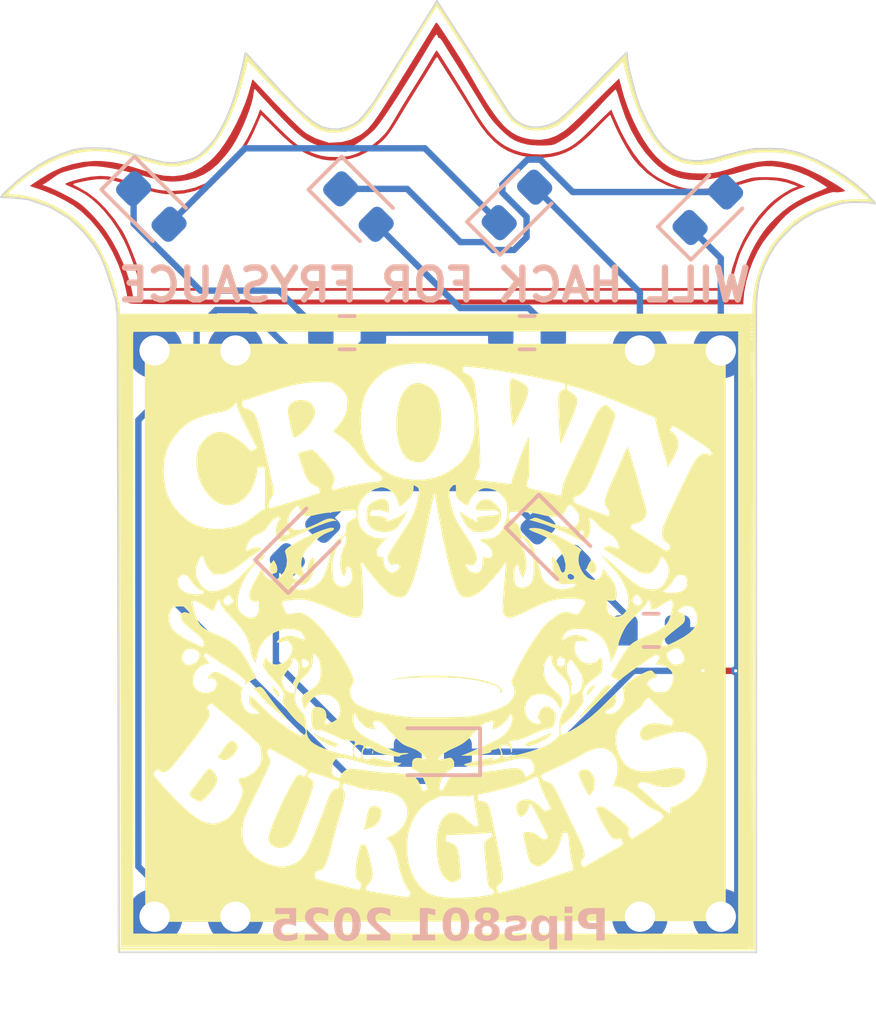
<source format=kicad_pcb>
(kicad_pcb (version 20240108) (generator "pcbnew") (generator_version "8.0")
  (layers (0 "F.Cu" signal) (31 "B.Cu" signal) (34 "B.Paste" user) (35 "F.Paste" user) (36 "B.SilkS" user "B.Silkscreen") (37 "F.SilkS" user "F.Silkscreen") (38 "B.Mask" user) (39 "F.Mask" user) (44 "Edge.Cuts" user))
  (net 0 "")
  (net 1 "Net-(D1-K)")
  (net 2 "+3.3V")
  (net 3 "CLK")
  (net 4 "Net-(D3-K)")
  (net 5 "GND")
  (net 6 "Net-(D5-A)")
  (net 9 "Net-(D2-K)")
  (net 10 "Net-(D3-A)")
  (net 11 "Net-(D5-K)")
  (net 12 "Net-(D6-K)")
  (footprint "LOGO" (layer "F.Cu") (at 141.0208 107.0864)
    (property "Reference" "G***" (hide yes))
    (property "Value" "LOGO" (hide yes))
    (fp_poly (pts (xy 0.0368 -13.672005) (xy 0.083854 -13.603278) (xy 0.157067 -13.491556) (xy 0.255037 -13.339028) (xy 0.376359 -13.147888) (xy 0.519624 -12.920323) (xy 0.683427 -12.658527) (xy 0.708355 -12.61857) (xy 0.771173 -12.51683) (xy 0.854779 -12.379961) (xy 0.951534 -12.220544) (xy 1.053802 -12.051162) (xy 1.148924 -11.892787) (xy 1.318727 -11.617133) (xy 1.472197 -11.386342) (xy 1.614685 -11.194145) (xy 1.751536 -11.03428) (xy 1.888104 -10.900479) (xy 2.029733 -10.786475) (xy 2.176336 -10.68929) (xy 2.421552 -10.569668) (xy 2.6985 -10.484468) (xy 2.994286 -10.435051) (xy 3.296026 -10.422775) (xy 3.590828 -10.448997) (xy 3.856928 -10.512162) (xy 3.995027 -10.561091) (xy 4.12083 -10.616079) (xy 4.241509 -10.682329) (xy 4.364235 -10.76504) (xy 4.496179 -10.869412) (xy 4.644511 -11.000648) (xy 4.816404 -11.163945) (xy 4.984244 -11.329696) (xy 5.121454 -11.466208) (xy 5.245263 -11.588308) (xy 5.350439 -11.690922) (xy 5.43175 -11.768978) (xy 5.483962 -11.817404) (xy 5.501805 -11.83142) (xy 5.514844 -11.803935) (xy 5.543895 -11.736698) (xy 5.58397 -11.641368) (xy 5.609781 -11.579054) (xy 5.795242 -11.165755) (xy 5.994217 -10.791611) (xy 6.204374 -10.46006) (xy 6.42338 -10.174528) (xy 6.648903 -9.93845) (xy 6.822477 -9.794763) (xy 6.988964 -9.687755) (xy 7.189282 -9.582473) (xy 7.40231 -9.488648) (xy 7.606927 -9.416009) (xy 7.699707 -9.390622) (xy 7.806721 -9.366982) (xy 7.903238 -9.351482) (xy 8.004082 -9.343135) (xy 8.124083 -9.340962) (xy 8.278064 -9.343977) (xy 8.361403 -9.346729) (xy 8.543571 -9.355281) (xy 8.702666 -9.368595) (xy 8.85125 -9.389195) (xy 9.001885 -9.419602) (xy 9.167133 -9.46234) (xy 9.359556 -9.519932) (xy 9.583167 -9.592081) (xy 9.726019 -9.638577) (xy 9.835397 -9.671056) (xy 9.927495 -9.692058) (xy 10.018512 -9.70412) (xy 10.124647 -9.709786) (xy 10.262095 -9.711594) (xy 10.34677 -9.711844) (xy 10.602083 -9.705524) (xy 10.821433 -9.682961) (xy 11.022942 -9.640529) (xy 11.224728 -9.574591) (xy 11.404424 -9.499851) (xy 11.600424 -9.412212) (xy 11.452584 -9.365983) (xy 11.181785 -9.254724) (xy 10.911652 -9.092687) (xy 10.64656 -8.884502) (xy 10.390887 -8.634801) (xy 10.149011 -8.348215) (xy 9.925308 -8.029377) (xy 9.724158 -7.682917) (xy 9.581084 -7.385949) (xy 9.529997 -7.254958) (xy 9.473639 -7.086325) (xy 9.416527 -6.896213) (xy 9.363173 -6.700797) (xy 9.318092 -6.516242) (xy 9.285799 -6.358717) (xy 9.275286 -6.29072) (xy 9.256687 -6.144943) (xy -0.010887 -6.144943) (xy -9.278465 -6.144943) (xy -9.312519 -6.332373) (xy -9.349878 -6.496931) (xy -9.407178 -6.697618) (xy -9.479633 -6.920831) (xy -9.562462 -7.15297) (xy -9.650879 -7.380435) (xy -9.740103 -7.589628) (xy -9.798446 -7.713799) (xy -9.987198 -8.054132) (xy -10.208561 -8.380422) (xy -10.451444 -8.677364) (xy -10.630115 -8.861267) (xy -10.831874 -9.039068) (xy -11.029369 -9.181092) (xy -11.243478 -9.301075) (xy -11.42312 -9.382999) (xy -11.536668 -9.431805) (xy -11.605645 -9.464745) (xy -11.636856 -9.487031) (xy -11.636896 -9.489689) (xy -11.390661 -9.489689) (xy -11.384174 -9.470243) (xy -11.345376 -9.446374) (xy -11.278625 -9.414691) (xy -11.250051 -9.401402) (xy -10.950282 -9.231674) (xy -10.659185 -9.007111) (xy -10.376778 -8.727732) (xy -10.103085 -8.393561) (xy -9.847085 -8.018889) (xy -9.781269 -7.901208) (xy -9.705153 -7.74367) (xy -9.622751 -7.556806) (xy -9.538077 -7.351141) (xy -9.455147 -7.137203) (xy -9.377978 -6.925517) (xy -9.31058 -6.726612) (xy -9.256974 -6.551015) (xy -9.221173 -6.409251) (xy -9.210613 -6.350161) (xy -9.193903 -6.228245) (xy -0.011127 -6.228245) (xy 9.171645 -6.228245) (xy 9.20652 -6.429558) (xy 9.308522 -6.877709) (xy 9.455646 -7.315056) (xy 9.644001 -7.734244) (xy 9.869702 -8.12792) (xy 10.128858 -8.488733) (xy 10.417583 -8.809327) (xy 10.512554 -8.89946) (xy 10.645308 -9.010702) (xy 10.79807 -9.122898) (xy 10.956448 -9.226721) (xy 11.106057 -9.312846) (xy 11.232507 -9.371949) (xy 11.253175 -9.379508) (xy 11.358463 -9.415704) (xy 11.2483 -9.462093) (xy 10.988237 -9.548345) (xy 10.698147 -9.603587) (xy 10.39614 -9.624508) (xy 10.360653 -9.624558) (xy 10.258135 -9.623405) (xy 10.171027 -9.620051) (xy 10.089965 -9.61262) (xy 10.00558 -9.599237) (xy 9.908507 -9.578032) (xy 9.789378 -9.547129) (xy 9.638827 -9.504651) (xy 9.447487 -9.448729) (xy 9.374911 -9.427334) (xy 8.992544 -9.327691) (xy 8.64528 -9.265357) (xy 8.327724 -9.239643) (xy 8.034481 -9.24986) (xy 8.007325 -9.252715) (xy 7.631097 -9.321882) (xy 7.274478 -9.442138) (xy 6.941299 -9.611328) (xy 6.635397 -9.827291) (xy 6.360605 -10.087873) (xy 6.214809 -10.261426) (xy 6.127841 -10.385107) (xy 6.02649 -10.546926) (xy 5.918 -10.733867) (xy 5.809611 -10.932912) (xy 5.70857 -11.13105) (xy 5.622118 -11.315267) (xy 5.599958 -11.366228) (xy 5.550158 -11.482683) (xy 5.508442 -11.579005) (xy 5.479481 -11.64449) (xy 5.468182 -11.668214) (xy 5.447428 -11.652602) (xy 5.394069 -11.602464) (xy 5.313825 -11.523461) (xy 5.212419 -11.421254) (xy 5.095574 -11.301505) (xy 5.053453 -11.25791) (xy 4.823035 -11.027252) (xy 4.614905 -10.838525) (xy 4.421478 -10.686849) (xy 4.235166 -10.567342) (xy 4.048383 -10.475123) (xy 3.853539 -10.405308) (xy 3.648868 -10.354214) (xy 3.339704 -10.31397) (xy 3.026175 -10.321552) (xy 2.700162 -10.377529) (xy 2.492379 -10.435469) (xy 2.256798 -10.52974) (xy 2.033735 -10.661252) (xy 1.819746 -10.833325) (xy 1.611393 -11.049288) (xy 1.405234 -11.312461) (xy 1.197825 -11.62617) (xy 1.112993 -11.767833) (xy 1.054218 -11.866208) (xy 0.971224 -12.001866) (xy 0.869863 -12.165408) (xy 0.755991 -12.34743) (xy 0.635462 -12.538532) (xy 0.516371 -12.725808) (xy 0.40404 -12.901924) (xy 0.300533 -13.064695) (xy 0.209901 -13.207709) (xy 0.136197 -13.324557) (xy 0.083475 -13.408827) (xy 0.055782 -13.454111) (xy 0.053499 -13.458116) (xy 0.037374 -13.475929) (xy 0.015819 -13.469047) (xy -0.016833 -13.431218) (xy -0.066241 -13.356188) (xy -0.122496 -13.263744) (xy -0.187426 -13.156832) (xy -0.273764 -13.016725) (xy -0.373047 -12.857045) (xy -0.476816 -12.691413) (xy -0.551476 -12.573087) (xy -0.662686 -12.39605) (xy -0.784529 -12.19975) (xy -0.905547 -12.002789) (xy -1.014286 -11.823772) (xy -1.064488 -11.740066) (xy -1.19966 -11.515121) (xy -1.313013 -11.331857) (xy -1.409828 -11.183482) (xy -1.495383 -11.063199) (xy -1.57496 -10.964217) (xy -1.653836 -10.879738) (xy -1.73729 -10.802973) (xy -1.830603 -10.727125) (xy -1.882219 -10.687713) (xy -2.156731 -10.504219) (xy -2.429381 -10.370981) (xy -2.710602 -10.284089) (xy -3.010825 -10.23964) (xy -3.092631 -10.234583) (xy -3.337502 -10.234863) (xy -3.557313 -10.262834) (xy -3.774902 -10.322745) (xy -3.963283 -10.396775) (xy -4.130581 -10.476557) (xy -4.289953 -10.568888) (xy -4.449421 -10.6799) (xy -4.61701 -10.815729) (xy -4.800743 -10.982507) (xy -5.008645 -11.186368) (xy -5.046812 -11.224994) (xy -5.173338 -11.352972) (xy -5.286123 -11.465989) (xy -5.37963 -11.558583) (xy -5.44832 -11.625289) (xy -5.486654 -11.660647) (xy -5.492769 -11.664811) (xy -5.505173 -11.637626) (xy -5.534845 -11.570192) (xy -5.577078 -11.473253) (xy -5.617868 -11.379091) (xy -5.720557 -11.147553) (xy -5.813186 -10.953786) (xy -5.90366 -10.783013) (xy -5.999876 -10.620455) (xy -6.109738 -10.451332) (xy -6.129822 -10.421629) (xy -6.378435 -10.09677) (xy -6.650415 -9.818355) (xy -6.943371 -9.587782) (xy -7.254916 -9.406447) (xy -7.582663 -9.275744) (xy -7.924225 -9.197074) (xy -8.266746 -9.171795) (xy -8.376895 -9.173601) (xy -8.483174 -9.179781) (xy -8.591995 -9.191785) (xy -8.709773 -9.211077) (xy -8.842923 -9.239104) (xy -8.997856 -9.277328) (xy -9.18099 -9.327203) (xy -9.398734 -9.390183) (xy -9.657505 -9.467726) (xy -9.909519 -9.544642) (xy -10.174342 -9.613071) (xy -10.41816 -9.645877) (xy -10.66094 -9.643907) (xy -10.922652 -9.608004) (xy -11.006329 -9.591068) (xy -11.17267 -9.555401) (xy -11.289267 -9.528877) (xy -11.360479 -9.508104) (xy -11.390661 -9.489689) (xy -11.636896 -9.489689) (xy -11.637108 -9.50388) (xy -11.613208 -9.520505) (xy -11.606942 -9.523836) (xy -11.516904 -9.561287) (xy -11.38677 -9.602929) (xy -11.231397 -9.644915) (xy -11.065638 -9.683405) (xy -10.904352 -9.714555) (xy -10.818597 -9.72776) (xy -10.548212 -9.749614) (xy -10.293099 -9.736496) (xy -10.031983 -9.686494) (xy -9.881751 -9.643721) (xy -9.594773 -9.554632) (xy -9.353788 -9.481292) (xy -9.15201 -9.422174) (xy -8.982655 -9.375751) (xy -8.838937 -9.340499) (xy -8.71407 -9.314887) (xy -8.601269 -9.297393) (xy -8.493747 -9.286486) (xy -8.384719 -9.280641) (xy -8.2674 -9.278332) (xy -8.257362 -9.278253) (xy -7.911097 -9.302588) (xy -7.578926 -9.380184) (xy -7.261732 -9.510362) (xy -6.960398 -9.692441) (xy -6.67581 -9.925742) (xy -6.408852 -10.209584) (xy -6.160408 -10.543288) (xy -5.931363 -10.926174) (xy -5.814646 -11.156082) (xy -5.747576 -11.299366) (xy -5.683198 -11.442765) (xy -5.628814 -11.569667) (xy -5.591721 -11.663459) (xy -5.591631 -11.663706) (xy -5.558942 -11.751335) (xy -5.53391 -11.81372) (xy -5.522024 -11.837251) (xy -5.501512 -11.818358) (xy -5.447581 -11.765341) (xy -5.365722 -11.683696) (xy -5.261435 -11.578915) (xy -5.140212 -11.4565) (xy -5.060641 -11.375861) (xy -4.858059 -11.173112) (xy -4.685284 -11.007078) (xy -4.535836 -10.872437) (xy -4.40324 -10.763859) (xy -4.281019 -10.676021) (xy -4.162691 -10.603598) (xy -4.050606 -10.545475) (xy -3.813661 -10.444314) (xy -3.592445 -10.379832) (xy -3.36567 -10.347617) (xy -3.112047 -10.343254) (xy -3.080268 -10.344335) (xy -2.923316 -10.352221) (xy -2.803325 -10.364106) (xy -2.701724 -10.383274) (xy -2.599946 -10.413008) (xy -2.509518 -10.445265) (xy -2.252838 -10.562181) (xy -2.005534 -10.714596) (xy -1.781384 -10.892427) (xy -1.594169 -11.085593) (xy -1.540216 -11.154553) (xy -1.486541 -11.233327) (xy -1.414939 -11.34618) (xy -1.33439 -11.478611) (xy -1.25387 -11.616115) (xy -1.246502 -11.628997) (xy -1.170651 -11.759126) (xy -1.073232 -11.922091) (xy -0.962686 -12.104003) (xy -0.847457 -12.290974) (xy -0.735987 -12.469111) (xy -0.731698 -12.475901) (xy -0.619175 -12.655403) (xy -0.501184 -12.846142) (xy -0.386557 -13.033671) (xy -0.284126 -13.203538) (xy -0.20272 -13.341297) (xy -0.201813 -13.342856) (xy -0.128729 -13.467075) (xy -0.065199 -13.572096) (xy -0.016447 -13.649511) (xy 0.0123 -13.690908) (xy 0.017313 -13.695545)) (fill solid) (layer "F.Cu"))
    (fp_poly (pts (xy 0.021706 -14.559602) (xy 0.056394 -14.521606) (xy 0.111399 -14.443707) (xy 0.120381 -14.430436) (xy 0.286982 -14.180148) (xy 0.459676 -13.914368) (xy 0.631135 -13.644767) (xy 0.794027 -13.383026) (xy 0.941022 -13.140817) (xy 1.064788 -12.929816) (xy 1.087037 -12.89075) (xy 1.296556 -12.52598) (xy 1.486365 -12.20845) (xy 1.659662 -11.934814) (xy 1.819643 -11.701723) (xy 1.969507 -11.505826) (xy 2.112451 -11.343777) (xy 2.251672 -11.212226) (xy 2.390368 -11.107825) (xy 2.531734 -11.027223) (xy 2.67897 -10.967075) (xy 2.835272 -10.924029) (xy 2.99115 -10.89647) (xy 3.266545 -10.882191) (xy 3.525819 -10.919401) (xy 3.773172 -11.009303) (xy 4.012809 -11.153103) (xy 4.089354 -11.211343) (xy 4.160915 -11.272556) (xy 4.265276 -11.367299) (xy 4.39618 -11.489623) (xy 4.547366 -11.633579) (xy 4.71258 -11.79322) (xy 4.885563 -11.962597) (xy 5.024598 -12.100373) (xy 5.188296 -12.263028) (xy 5.339287 -12.41216) (xy 5.473164 -12.543478) (xy 5.585513 -12.652699) (xy 5.671926 -12.735533) (xy 5.727992 -12.787694) (xy 5.749301 -12.804893) (xy 5.749332 -12.804867) (xy 5.759156 -12.77517) (xy 5.777862 -12.705244) (xy 5.801773 -12.608958) (xy 5.807046 -12.586971) (xy 5.906311 -12.227857) (xy 6.031398 -11.868746) (xy 6.177876 -11.518448) (xy 6.341316 -11.185769) (xy 6.517288 -10.879519) (xy 6.701362 -10.608504) (xy 6.889108 -10.381533) (xy 6.94551 -10.323321) (xy 7.137752 -10.153105) (xy 7.334411 -10.022615) (xy 7.545131 -9.928293) (xy 7.779558 -9.866578) (xy 8.047336 -9.83391) (xy 8.291984 -9.826297) (xy 8.43596 -9.827416) (xy 8.560184 -9.832156) (xy 8.674735 -9.84247) (xy 8.789688 -9.860309) (xy 8.915119 -9.887624) (xy 9.061106 -9.926363) (xy 9.237724 -9.978477) (xy 9.455048 -10.045919) (xy 9.500795 -10.060319) (xy 9.687173 -10.111164) (xy 9.89989 -10.156465) (xy 10.119419 -10.192983) (xy 10.326239 -10.217486) (xy 10.500825 -10.226737) (xy 10.505291 -10.226745) (xy 10.664469 -10.217203) (xy 10.856752 -10.190986) (xy 11.063551 -10.151721) (xy 11.266276 -10.103027) (xy 11.446341 -10.048525) (xy 11.47802 -10.037238) (xy 11.595929 -9.989823) (xy 11.742938 -9.924712) (xy 11.899422 -9.850862) (xy 12.032065 -9.784366) (xy 12.163849 -9.713625) (xy 12.303746 -9.634544) (xy 12.44337 -9.552334) (xy 12.574344 -9.472199) (xy 12.688287 -9.399352) (xy 12.776816 -9.339) (xy 12.831553 -9.296349) (xy 12.845397 -9.278912) (xy 12.82103 -9.26514) (xy 12.759515 -9.251847) (xy 12.679213 -9.241115) (xy 12.598486 -9.235027) (xy 12.535697 -9.235666) (xy 12.512423 -9.241128) (xy 12.469046 -9.242163) (xy 12.384329 -9.223102) (xy 12.267318 -9.187192) (xy 12.127061 -9.137682) (xy 11.972604 -9.077825) (xy 11.812993 -9.010869) (xy 11.657278 -8.940062) (xy 11.607807 -8.916171) (xy 11.36526 -8.78688) (xy 11.162459 -8.653997) (xy 10.984196 -8.505936) (xy 10.815263 -8.331107) (xy 10.767961 -8.27625) (xy 10.667219 -8.157619) (xy 10.555266 -8.026824) (xy 10.45351 -7.908861) (xy 10.437114 -7.889983) (xy 10.261056 -7.656596) (xy 10.098101 -7.380901) (xy 9.953302 -7.075537) (xy 9.831711 -6.753145) (xy 9.738378 -6.426364) (xy 9.678354 -6.107834) (xy 9.662048 -5.950571) (xy 9.645256 -5.714548) (xy -0.001448 -5.714548) (xy -0.870403 -5.71455) (xy -1.685547 -5.714563) (xy -2.4486 -5.714597) (xy -3.161284 -5.714659) (xy -3.825323 -5.714763) (xy -4.442437 -5.714918) (xy -5.01435 -5.715133) (xy -5.542784 -5.715418) (xy -6.02946 -5.715781) (xy -6.476101 -5.716236) (xy -6.884431 -5.71679) (xy -7.256169 -5.717453) (xy -7.593039 -5.718237) (xy -7.896762 -5.719149) (xy -8.169062 -5.720202) (xy -8.41166 -5.721404) (xy -8.626278 -5.722764) (xy -8.814638 -5.724293) (xy -8.978464 -5.726003) (xy -9.119476 -5.7279) (xy -9.239397 -5.729996) (xy -9.33995 -5.732302) (xy -9.422856 -5.734825) (xy -9.489838 -5.737578) (xy -9.542618 -5.740569) (xy -9.582917 -5.743807) (xy -9.612461 -5.747304) (xy -9.632967 -5.75107) (xy -9.646161 -5.755114) (xy -9.653763 -5.759444) (xy -9.657496 -5.764074) (xy -9.659083 -5.769011) (xy -9.659303 -5.770082) (xy -9.668905 -5.819128) (xy -9.686284 -5.909002) (xy -9.708797 -6.025987) (xy -9.72895 -6.131059) (xy -9.829718 -6.543685) (xy -9.970611 -6.948852) (xy -10.147422 -7.339756) (xy -10.355943 -7.709591) (xy -10.591966 -8.051552) (xy -10.851283 -8.358835) (xy -11.129687 -8.624636) (xy -11.393208 -8.822837) (xy -11.668083 -8.986545) (xy -11.977539 -9.140736) (xy -12.300625 -9.275479) (xy -12.48616 -9.340857) (xy -12.595847 -9.377311) (xy -12.68364 -9.407645) (xy -12.737532 -9.427646) (xy -12.748525 -9.432854) (xy -12.731214 -9.451096) (xy -12.708204 -9.467966) (xy -12.361998 -9.467966) (xy -12.190918 -9.407951) (xy -12.059314 -9.35561) (xy -11.898711 -9.282358) (xy -11.723153 -9.195535) (xy -11.546686 -9.102486) (xy -11.383356 -9.010551) (xy -11.247208 -8.927074) (xy -11.173716 -8.876194) (xy -11.037423 -8.762168) (xy -10.882573 -8.613499) (xy -10.720486 -8.442363) (xy -10.562475 -8.260933) (xy -10.419855 -8.081388) (xy -10.364044 -8.004924) (xy -10.173661 -7.708924) (xy -9.995277 -7.38031) (xy -9.835282 -7.033754) (xy -9.700065 -6.683936) (xy -9.596014 -6.34553) (xy -9.545301 -6.124117) (xy -9.496124 -5.867269) (xy -0.009086 -5.867269) (xy 9.47795 -5.867269) (xy 9.494563 -6.040814) (xy 9.529716 -6.269755) (xy 9.591815 -6.529148) (xy 9.675768 -6.804087) (xy 9.77648 -7.079666) (xy 9.888856 -7.340977) (xy 10.007803 -7.573115) (xy 10.033049 -7.616614) (xy 10.153621 -7.813749) (xy 10.261468 -7.975359) (xy 10.367818 -8.116017) (xy 10.483903 -8.250298) (xy 10.620954 -8.392777) (xy 10.664233 -8.43575) (xy 10.871771 -8.626203) (xy 11.085934 -8.792313) (xy 11.317715 -8.940838) (xy 11.578108 -9.078539) (xy 11.878111 -9.212178) (xy 12.01971 -9.269168) (xy 12.129743 -9.313681) (xy 12.216041 -9.351231) (xy 12.268426 -9.377217) (xy 12.27925 -9.386447) (xy 12.231119 -9.423905) (xy 12.146473 -9.4799) (xy 12.037854 -9.546943) (xy 11.917807 -9.617543) (xy 11.798873 -9.684206) (xy 11.693595 -9.739445) (xy 11.663953 -9.753907) (xy 11.389596 -9.868653) (xy 11.10758 -9.957759) (xy 10.827536 -10.019729) (xy 10.559104 -10.053064) (xy 10.311919 -10.056272) (xy 10.095618 -10.027848) (xy 10.02412 -10.008632) (xy 9.709326 -9.913442) (xy 9.402618 -9.828581) (xy 9.111333 -9.755675) (xy 8.842803 -9.696348) (xy 8.604366 -9.652225) (xy 8.403357 -9.624932) (xy 8.252435 -9.616072) (xy 7.940109 -9.631961) (xy 7.664326 -9.681819) (xy 7.414727 -9.769868) (xy 7.180957 -9.900333) (xy 6.952664 -10.077435) (xy 6.822789 -10.199113) (xy 6.563165 -10.487971) (xy 6.331445 -10.813823) (xy 6.125749 -11.180142) (xy 5.944195 -11.590394) (xy 5.7849 -12.048048) (xy 5.742802 -12.189421) (xy 5.707752 -12.303032) (xy 5.675318 -12.393447) (xy 5.649818 -12.449396) (xy 5.638366 -12.462017) (xy 5.612401 -12.442565) (xy 5.554932 -12.388258) (xy 5.471996 -12.305169) (xy 5.369625 -12.199368) (xy 5.253853 -12.076933) (xy 5.224521 -12.045507) (xy 5.003749 -11.809703) (xy 4.81494 -11.611245) (xy 4.653452 -11.445713) (xy 4.514647 -11.308684) (xy 4.393883 -11.195739) (xy 4.286525 -11.102456) (xy 4.187929 -11.024415) (xy 4.093458 -10.957194) (xy 4.057462 -10.933428) (xy 3.943044 -10.861963) (xy 3.835107 -10.799089) (xy 3.748529 -10.75325) (xy 3.71037 -10.73645) (xy 3.623959 -10.717769) (xy 3.497495 -10.706194) (xy 3.346 -10.70169) (xy 3.184496 -10.704221) (xy 3.028004 -10.713752) (xy 2.891546 -10.730248) (xy 2.847447 -10.738468) (xy 2.657007 -10.787682) (xy 2.492285 -10.852471) (xy 2.339965 -10.940659) (xy 2.186729 -11.060071) (xy 2.019261 -11.218533) (xy 2.003781 -11.234216) (xy 1.918054 -11.322718) (xy 1.843288 -11.403855) (xy 1.774552 -11.484559) (xy 1.70691 -11.571764) (xy 1.635432 -11.672403) (xy 1.555184 -11.793409) (xy 1.461233 -11.941717) (xy 1.348645 -12.124259) (xy 1.219103 -12.337064) (xy 1.143113 -12.461837) (xy 1.064424 -12.589968) (xy 0.978635 -12.728515) (xy 0.881342 -12.884534) (xy 0.768143 -13.065084) (xy 0.634635 -13.277222) (xy 0.476412 -13.528005) (xy 0.448177 -13.572713) (xy 0.389655 -13.666323) (xy 0.317148 -13.783636) (xy 0.245382 -13.900818) (xy 0.238588 -13.911983) (xy 0.175164 -14.009202) (xy 0.127418 -14.067806) (xy 0.099557 -14.082811) (xy 0.096674 -14.080036) (xy 0.076852 -14.07685) (xy 0.057558 -14.123775) (xy 0.035204 -14.175418) (xy 0.009941 -14.190392) (xy -0.015637 -14.163767) (xy -0.061303 -14.099849) (xy -0.119556 -14.009543) (xy -0.15803 -13.946219) (xy -0.385601 -13.565874) (xy -0.606617 -13.20154) (xy -0.81891 -12.856577) (xy -1.020312 -12.534337) (xy -1.208655 -12.238174) (xy -1.38177 -11.971441) (xy -1.53749 -11.737493) (xy -1.673646 -11.539687) (xy -1.788071 -11.381375) (xy -1.878596 -11.26591) (xy -1.921972 -11.217103) (xy -2.025961 -11.117183) (xy -2.150207 -11.010006) (xy -2.283108 -10.904368) (xy -2.413063 -10.809067) (xy -2.528469 -10.732903) (xy -2.617725 -10.684674) (xy -2.631283 -10.679203) (xy -2.755044 -10.648022) (xy -2.915946 -10.628295) (xy -3.096694 -10.620477) (xy -3.279995 -10.625018) (xy -3.448556 -10.642373) (xy -3.521498 -10.655906) (xy -3.675482 -10.695476) (xy -3.818525 -10.745151) (xy -3.956313 -10.809074) (xy -4.094534 -10.891385) (xy -4.238875 -10.996223) (xy -4.395023 -11.127732) (xy -4.568668 -11.290051) (xy -4.765495 -11.48732) (xy -4.991194 -11.723682) (xy -4.997882 -11.730795) (xy -5.140493 -11.882848) (xy -5.274169 -12.026028) (xy -5.393112 -12.154075) (xy -5.491525 -12.260726) (xy -5.563611 -12.339723) (xy -5.603573 -12.384803) (xy -5.604291 -12.385657) (xy -5.655233 -12.441399) (xy -5.6924 -12.473121) (xy -5.699557 -12.475901) (xy -5.713773 -12.451339) (xy -5.724404 -12.390447) (xy -5.725933 -12.371774) (xy -5.748298 -12.217725) (xy -5.796312 -12.025265) (xy -5.866996 -11.803566) (xy -5.957368 -11.5618) (xy -6.064447 -11.30914) (xy -6.088566 -11.256014) (xy -6.194912 -11.032922) (xy -6.293286 -10.847298) (xy -6.39297 -10.683826) (xy -6.503256 -10.527191) (xy -6.622573 -10.375337) (xy -6.841368 -10.132338) (xy -7.062993 -9.939666) (xy -7.296218 -9.792429) (xy -7.549809 -9.685737) (xy -7.832534 -9.614698) (xy -8.03949 -9.584954) (xy -8.171717 -9.57351) (xy -8.295195 -9.570562) (xy -8.419669 -9.577534) (xy -8.554882 -9.595859) (xy -8.710575 -9.626964) (xy -8.896494 -9.672276) (xy -9.12238 -9.733226) (xy -9.201275 -9.755303) (xy -9.56139 -9.851563) (xy -9.894288 -9.930266) (xy -10.19546 -9.990636) (xy -10.460394 -10.031892) (xy -10.684582 -10.053255) (xy -10.863515 -10.053947) (xy -10.907908 -10.049983) (xy -11.022457 -10.032184) (xy -11.168591 -10.003315) (xy -11.329913 -9.967267) (xy -11.490027 -9.927935) (xy -11.632536 -9.889211) (xy -11.74104 -9.854989) (xy -11.761948 -9.847197) (xy -11.848412 -9.804628) (xy -11.952259 -9.74145) (xy -12.033722 -9.684109) (xy -12.126683 -9.615807) (xy -12.21596 -9.554366) (xy -12.274221 -9.517856) (xy -12.361998 -9.467966) (xy -12.708204 -9.467966) (xy -12.67552 -9.491928) (xy -12.590709 -9.549399) (xy -12.486037 -9.617563) (xy -12.370767 -9.690469) (xy -12.254162 -9.762172) (xy -12.145481 -9.826721) (xy -12.061489 -9.874115) (xy -11.756837 -10.013302) (xy -11.422177 -10.11985) (xy -11.07455 -10.189898) (xy -10.730987 -10.219582) (xy -10.548169 -10.217212) (xy -10.354682 -10.203446) (xy -10.173417 -10.181901) (xy -9.992079 -10.150006) (xy -9.798368 -10.105189) (xy -9.579992 -10.044874) (xy -9.324653 -9.966489) (xy -9.276058 -9.95098) (xy -9.099702 -9.896617) (xy -8.924154 -9.846367) (xy -8.762906 -9.803814) (xy -8.629451 -9.772546) (xy -8.548918 -9.75766) (xy -8.24179 -9.74131) (xy -7.94199 -9.779403) (xy -7.651882 -9.871069) (xy -7.373836 -10.01544) (xy -7.110217 -10.211644) (xy -6.978944 -10.334548) (xy -6.804022 -10.534106) (xy -6.627178 -10.779127) (xy -6.453325 -11.059961) (xy -6.287374 -11.366962) (xy -6.134241 -11.690479) (xy -5.998835 -12.020862) (xy -5.886071 -12.348464) (xy -5.807385 -12.635562) (xy -5.785948 -12.715728) (xy -5.767275 -12.76763) (xy -5.758669 -12.778931) (xy -5.73621 -12.758733) (xy -5.682394 -12.704042) (xy -5.603386 -12.621309) (xy -5.505348 -12.516985) (xy -5.397322 -12.400642) (xy -5.170025 -12.156806) (xy -4.952482 -11.927927) (xy -4.748514 -11.717786) (xy -4.561938 -11.530165) (xy -4.39657 -11.368846) (xy -4.25623 -11.237609) (xy -4.144736 -11.140238) (xy -4.065905 -11.080512) (xy -4.062164 -11.078125) (xy -3.782454 -10.929677) (xy -3.364592 -10.789572) (xy -3.364592 -10.789572) (xy -2.954792 -10.814753) (xy -2.686295 -10.886611) (xy -2.423277 -11.013564) (xy -2.340455 -11.065817) (xy -2.261132 -11.12309) (xy -2.184404 -11.188906) (xy -2.106273 -11.268439) (xy -2.02274 -11.366868) (xy -1.929805 -11.489366) (xy -1.823468 -11.641109) (xy -1.699729 -11.827275) (xy -1.554592 -12.053039) (xy -1.451014 -12.2169) (xy -1.35397 -12.371657) (xy -1.241975 -12.551118) (xy -1.118556 -12.749559) (xy -0.987239 -12.961259) (xy -0.851546 -13.180497) (xy -0.715007 -13.40155) (xy -0.581143 -13.618699) (xy -0.45348 -13.82622) (xy -0.335546 -14.018392) (xy -0.230864 -14.189494) (xy -0.142958 -14.333801) (xy -0.075355 -14.445596) (xy -0.031581 -14.519154) (xy -0.018794 -14.541506) (xy -0.000681 -14.564101)) (fill solid) (layer "F.Cu"))
  )
  (footprint "MiniBadge:MiniBadge_Simple" (layer "F.Cu") (at 130.9116 101.5492)
    (property "Reference" "MB1" (hide yes))
    (property "Value" "MiniBadge_Simple")
    (pad "1" thru_hole circle (at 1.27 1.27) (size 1.75 1.75) (drill 0.95) (layers "*.Cu" "*.Mask"))
    (pad "2" thru_hole circle (at 3.81 1.27) (size 1.75 1.75) (drill 0.95) (layers "*.Cu" "*.Mask") (net 5 "GND"))
    (pad "7" thru_hole circle (at 16.51 1.27) (size 1.75 1.75) (drill 0.95) (layers "*.Cu" "*.Mask") (net 2 "+3.3V"))
    (pad "8" thru_hole circle (at 19.05 1.27) (size 1.75 1.75) (drill 0.95) (layers "*.Cu" "*.Mask") (net 5 "GND"))
    (pad "9" thru_hole circle (at 1.27 19.05) (size 1.75 1.75) (drill 0.95) (layers "*.Cu" "*.Mask") (net 3 "CLK"))
    (pad "10" thru_hole circle (at 3.81 19.05) (size 1.75 1.75) (drill 0.95) (layers "*.Cu" "*.Mask"))
    (pad "15" thru_hole circle (at 16.51 19.05) (size 1.75 1.75) (drill 0.95) (layers "*.Cu" "*.Mask") (net 2 "+3.3V"))
    (pad "16" thru_hole circle (at 19.05 19.05) (size 1.75 1.75) (drill 0.95) (layers "*.Cu" "*.Mask") (net 5 "GND"))
  )
  (footprint "LED_SMD:LED_0603_1608Metric" (layer "B.Cu") (at 132.08 98.298 -45)
    (property "Reference" "D2" (hide yes))
    (property "Value" "LED_BLINK")
    (pad "1" smd roundrect (at -0.787501 0 315) (size 0.875 0.95) (layers "B.Cu" "B.Paste" "B.Mask") (net 9 "Net-(D2-K)"))
    (pad "2" smd roundrect (at 0.787501 0 315) (size 0.875 0.95) (layers "B.Cu" "B.Paste" "B.Mask") (net 1 "Net-(D1-K)"))
  )
  (footprint "Resistor_SMD:R_0603_1608Metric" (layer "B.Cu") (at 147.7772 111.6076 180)
    (property "Reference" "R1" (hide yes))
    (property "Value" "R_Small")
    (pad "1" smd roundrect (at -0.825 0 180) (size 0.8 0.95) (layers "B.Cu" "B.Paste" "B.Mask") (net 2 "+3.3V"))
    (pad "2" smd roundrect (at 0.825 0 180) (size 0.8 0.95) (layers "B.Cu" "B.Paste" "B.Mask") (net 6 "Net-(D5-A)"))
  )
  (footprint "Resistor_SMD:R_0603_1608Metric" (layer "B.Cu") (at 143.8778 102.2604)
    (property "Reference" "R2" (hide yes))
    (property "Value" "R_Small")
    (pad "1" smd roundrect (at -0.825 0) (size 0.8 0.95) (layers "B.Cu" "B.Paste" "B.Mask") (net 3 "CLK"))
    (pad "2" smd roundrect (at 0.825 0) (size 0.8 0.95) (layers "B.Cu" "B.Paste" "B.Mask") (net 10 "Net-(D3-A)"))
  )
  (footprint "LED_SMD:LED_0603_1608Metric" (layer "B.Cu") (at 149.5552 98.3996 45)
    (property "Reference" "D4" (hide yes))
    (property "Value" "LED_BLINK")
    (pad "1" smd roundrect (at -0.787501 0 45) (size 0.875 0.95) (layers "B.Cu" "B.Paste" "B.Mask") (net 5 "GND"))
    (pad "2" smd roundrect (at 0.787501 0 45) (size 0.875 0.95) (layers "B.Cu" "B.Paste" "B.Mask") (net 4 "Net-(D3-K)"))
  )
  (footprint "Resistor_SMD:R_0603_1608Metric" (layer "B.Cu") (at 138.2268 102.2604)
    (property "Reference" "R3" (hide yes))
    (property "Value" "R_Small")
    (pad "1" smd roundrect (at -0.825 0) (size 0.8 0.95) (layers "B.Cu" "B.Paste" "B.Mask") (net 9 "Net-(D2-K)"))
    (pad "2" smd roundrect (at 0.825 0) (size 0.8 0.95) (layers "B.Cu" "B.Paste" "B.Mask") (net 3 "CLK"))
  )
  (footprint "LED_SMD:LED_0603_1608Metric" (layer "B.Cu") (at 138.584353 98.299953 -45)
    (property "Reference" "D3" (hide yes))
    (property "Value" "LED_BLINK")
    (pad "1" smd roundrect (at -0.787501 0 315) (size 0.875 0.95) (layers "B.Cu" "B.Paste" "B.Mask") (net 4 "Net-(D3-K)"))
    (pad "2" smd roundrect (at 0.787501 0 315) (size 0.875 0.95) (layers "B.Cu" "B.Paste" "B.Mask") (net 10 "Net-(D3-A)"))
  )
  (footprint "LED_SMD:LED_0603_1608Metric" (layer "B.Cu") (at 140.9192 115.4176 180)
    (property "Reference" "D7" (hide yes))
    (property "Value" "LED")
    (pad "1" smd roundrect (at -0.7875 0 180) (size 0.875 0.95) (layers "B.Cu" "B.Paste" "B.Mask") (net 5 "GND"))
    (pad "2" smd roundrect (at 0.7875 0 180) (size 0.875 0.95) (layers "B.Cu" "B.Paste" "B.Mask") (net 12 "Net-(D6-K)"))
  )
  (footprint "LED_SMD:LED_0603_1608Metric" (layer "B.Cu") (at 136.906 108.8644 45)
    (property "Reference" "D6" (hide yes))
    (property "Value" "LED")
    (pad "1" smd roundrect (at -0.787501 0 45) (size 0.875 0.95) (layers "B.Cu" "B.Paste" "B.Mask") (net 12 "Net-(D6-K)"))
    (pad "2" smd roundrect (at 0.787501 0 45) (size 0.875 0.95) (layers "B.Cu" "B.Paste" "B.Mask") (net 11 "Net-(D5-K)"))
  )
  (footprint "LED_SMD:LED_0603_1608Metric" (layer "B.Cu") (at 143.5608 98.2472 45)
    (property "Reference" "D1" (hide yes))
    (property "Value" "LED_BLINK")
    (pad "1" smd roundrect (at -0.787501 0 45) (size 0.875 0.95) (layers "B.Cu" "B.Paste" "B.Mask") (net 1 "Net-(D1-K)"))
    (pad "2" smd roundrect (at 0.787501 0 45) (size 0.875 0.95) (layers "B.Cu" "B.Paste" "B.Mask") (net 2 "+3.3V"))
  )
  (footprint "LED_SMD:LED_0603_1608Metric" (layer "B.Cu") (at 144.78 108.9152 -45)
    (property "Reference" "D5" (hide yes))
    (property "Value" "LED")
    (pad "1" smd roundrect (at -0.787501 0 315) (size 0.875 0.95) (layers "B.Cu" "B.Paste" "B.Mask") (net 11 "Net-(D5-K)"))
    (pad "2" smd roundrect (at 0.787501 0 315) (size 0.875 0.95) (layers "B.Cu" "B.Paste" "B.Mask") (net 6 "Net-(D5-A)"))
  )
  (gr_line (start 137.44429 95.804096) (end 137.127706 95.61314) (stroke (width 0.05)) (layer "Edge.Cuts"))
  (gr_line (start 130.794353 96.484518) (end 130.510712 96.466651) (stroke (width 0.05)) (layer "Edge.Cuts"))
  (gr_line (start 143.803214 95.750436) (end 143.595508 95.644908) (stroke (width 0.05)) (layer "Edge.Cuts"))
  (gr_line (start 134.547573 95.252801) (end 134.42027 95.559893) (stroke (width 0.05)) (layer "Edge.Cuts"))
  (gr_line (start 133.212003 96.849678) (end 133.015464 96.897696) (stroke (width 0.05)) (layer "Edge.Cuts"))
  (gr_line (start 134.817814 94.409694) (end 134.68716 94.859723) (stroke (width 0.05)) (layer "Edge.Cuts"))
  (gr_line (start 128.093061 97.315341) (end 127.848504 97.509646) (stroke (width 0.05)) (layer "Edge.Cuts"))
  (gr_line (start 133.536962 96.713441) (end 133.392908 96.79161) (stroke (width 0.05)) (layer "Edge.Cuts"))
  (gr_line (start 151.165175 100.633037) (end 151.238878 100.383455) (stroke (width 0.05)) (layer "Edge.Cuts"))
  (gr_line (start 149.108267 96.861709) (end 148.892745 96.838258) (stroke (width 0.05)) (layer "Edge.Cuts"))
  (gr_line (start 133.773702 96.514669) (end 133.653098 96.628572) (stroke (width 0.05)) (layer "Edge.Cuts"))
  (gr_line (start 130.753034 100.56828) (end 130.965765 101.251699) (stroke (width 0.05)) (layer "Edge.Cuts"))
  (gr_line (start 143.595508 95.644908) (end 143.429678 95.505879) (stroke (width 0.05)) (layer "Edge.Cuts"))
  (gr_line (start 130.510712 96.466651) (end 130.198036 96.462184) (stroke (width 0.05)) (layer "Edge.Cuts"))
  (gr_line (start 144.833367 95.611407) (end 144.707739 95.675059) (stroke (width 0.05)) (layer "Edge.Cuts"))
  (gr_line (start 133.392908 96.79161) (end 133.212003 96.849678) (stroke (width 0.05)) (layer "Edge.Cuts"))
  (gr_line (start 153.794998 98.190819) (end 154.088131 98.162343) (stroke (width 0.05)) (layer "Edge.Cuts"))
  (gr_line (start 146.572247 93.893527) (end 145.932198 94.554453) (stroke (width 0.05)) (layer "Edge.Cuts"))
  (gr_line (start 146.815687 93.644503) (end 146.572247 93.893527) (stroke (width 0.05)) (layer "Edge.Cuts"))
  (gr_line (start 127.744651 98.02221) (end 128.208639 98.074136) (stroke (width 0.05)) (layer "Edge.Cuts"))
  (gr_line (start 132.468282 96.911097) (end 132.042821 96.805011) (stroke (width 0.05)) (layer "Edge.Cuts"))
  (gr_line (start 147.083695 93.979513) (end 147.028976 93.654554) (stroke (width 0.05)) (layer "Edge.Cuts"))
  (gr_line (start 152.95245 98.465527) (end 153.449939 98.284622) (stroke (width 0.05)) (layer "Edge.Cuts"))
  (gr_line (start 147.028976 93.654554) (end 147.008876 93.451315) (stroke (width 0.05)) (layer "Edge.Cuts"))
  (gr_line (start 144.707739 95.675059) (end 144.500033 95.760486) (stroke (width 0.05)) (layer "Edge.Cuts"))
  (gr_line (start 131.0132 101.7016) (end 131.064 121.7168) (stroke (width 0.05)) (layer "Edge.Cuts"))
  (gr_line (start 150.589008 96.564667) (end 150.105478 96.689738) (stroke (width 0.05)) (layer "Edge.Cuts"))
  (gr_line (start 130.60563 100.136119) (end 130.753034 100.56828) (stroke (width 0.05)) (layer "Edge.Cuts"))
  (gr_line (start 151.52196 99.763688) (end 151.712916 99.46888) (stroke (width 0.05)) (layer "Edge.Cuts"))
  (gr_line (start 131.064 121.7168) (end 151.0792 121.7168) (stroke (width 0.05)) (layer "Edge.Cuts"))
  (gr_line (start 139.054009 95.0453) (end 138.734076 95.450661) (stroke (width 0.05)) (layer "Edge.Cuts"))
  (gr_line (start 136.016031 94.530298) (end 135.417481 93.879263) (stroke (width 0.05)) (layer "Edge.Cuts"))
  (gr_line (start 154.59902 98.172394) (end 154.835202 98.21762) (stroke (width 0.05)) (layer "Edge.Cuts"))
  (gr_line (start 151.526985 96.475572) (end 151.02117 96.483148) (stroke (width 0.05)) (layer "Edge.Cuts"))
  (gr_line (start 151.88377 99.269549) (end 152.212079 98.936215) (stroke (width 0.05)) (layer "Edge.Cuts"))
  (gr_line (start 152.43151 96.612926) (end 152.166853 96.544249) (stroke (width 0.05)) (layer "Edge.Cuts"))
  (gr_line (start 154.088131 98.162343) (end 154.59902 98.172394) (stroke (width 0.05)) (layer "Edge.Cuts"))
  (gr_line (start 127.35269 98.007135) (end 127.744651 98.02221) (stroke (width 0.05)) (layer "Edge.Cuts"))
  (gr_line (start 145.932198 94.554453) (end 145.486635 95.01174) (stroke (width 0.05)) (layer "Edge.Cuts"))
  (gr_line (start 153.449939 98.284622) (end 153.794998 98.190819) (stroke (width 0.05)) (layer "Edge.Cuts"))
  (gr_line (start 133.015464 96.897696) (end 132.744107 96.930081) (stroke (width 0.05)) (layer "Edge.Cuts"))
  (gr_line (start 151.0792 101.7016) (end 151.0792 101.3968) (stroke (width 0.05)) (layer "Edge.Cuts"))
  (gr_line (start 148.191459 96.456348) (end 147.993803 96.222958) (stroke (width 0.05)) (layer "Edge.Cuts"))
  (gr_line (start 145.486635 95.01174) (end 145.074574 95.412076) (stroke (width 0.05)) (layer "Edge.Cuts"))
  (gr_line (start 128.882567 96.805011) (end 128.52634 97.006016) (stroke (width 0.05)) (layer "Edge.Cuts"))
  (gr_line (start 148.473983 96.670754) (end 148.191459 96.456348) (stroke (width 0.05)) (layer "Edge.Cuts"))
  (gr_line (start 127.848504 97.509646) (end 127.424717 97.908307) (stroke (width 0.05)) (layer "Edge.Cuts"))
  (gr_line (start 137.945129 95.871098) (end 137.718998 95.866072) (stroke (width 0.05)) (layer "Edge.Cuts"))
  (gr_line (start 138.734076 95.450661) (end 138.598397 95.598065) (stroke (width 0.05)) (layer "Edge.Cuts"))
  (gr_line (start 129.917186 99.057389) (end 130.268946 99.492901) (stroke (width 0.05)) (layer "Edge.Cuts"))
  (gr_line (start 154.21711 97.609578) (end 153.895501 97.370047) (stroke (width 0.05)) (layer "Edge.Cuts"))
  (gr_line (start 147.285817 94.767901) (end 147.083695 93.979513) (stroke (width 0.05)) (layer "Edge.Cuts"))
  (gr_line (start 128.52634 97.006016) (end 128.093061 97.315341) (stroke (width 0.05)) (layer "Edge.Cuts"))
  (gr_line (start 130.198036 96.462184) (end 129.97693 96.464418) (stroke (width 0.05)) (layer "Edge.Cuts"))
  (gr_line (start 151.88377 96.492322) (end 151.526985 96.475572) (stroke (width 0.05)) (layer "Edge.Cuts"))
  (gr_line (start 131.53249 96.65649) (end 131.210881 96.566037) (stroke (width 0.05)) (layer "Edge.Cuts"))
  (gr_line (start 134.269516 95.854701) (end 134.118761 96.116008) (stroke (width 0.05)) (layer "Edge.Cuts"))
  (gr_line (start 154.532019 97.882611) (end 154.21711 97.609578) (stroke (width 0.05)) (layer "Edge.Cuts"))
  (gr_line (start 134.945118 93.875913) (end 134.817814 94.409694) (stroke (width 0.05)) (layer "Edge.Cuts"))
  (gr_line (start 128.208639 98.074136) (end 128.887032 98.310318) (stroke (width 0.05)) (layer "Edge.Cuts"))
  (gr_line (start 149.544896 96.829325) (end 149.350591 96.859476) (stroke (width 0.05)) (layer "Edge.Cuts"))
  (gr_line (start 153.468364 97.098689) (end 153.006051 96.849107) (stroke (width 0.05)) (layer "Edge.Cuts"))
  (gr_line (start 141.048723 91.837644) (end 139.054009 95.0453) (stroke (width 0.05)) (layer "Edge.Cuts"))
  (gr_line (start 151.0792 101.3968) (end 151.098174 101.041748) (stroke (width 0.05)) (layer "Edge.Cuts"))
  (gr_line (start 129.242143 96.65314) (end 128.882567 96.805011) (stroke (width 0.05)) (layer "Edge.Cuts"))
  (gr_line (start 148.892745 96.838258) (end 148.727473 96.78689) (stroke (width 0.05)) (layer "Edge.Cuts"))
  (gr_line (start 151.712916 99.46888) (end 151.88377 99.269549) (stroke (width 0.05)) (layer "Edge.Cuts"))
  (gr_line (start 137.718998 95.866072) (end 137.44429 95.804096) (stroke (width 0.05)) (layer "Edge.Cuts"))
  (gr_line (start 151.32933 100.142248) (end 151.52196 99.763688) (stroke (width 0.05)) (layer "Edge.Cuts"))
  (gr_line (start 134.68716 94.859723) (end 134.547573 95.252801) (stroke (width 0.05)) (layer "Edge.Cuts"))
  (gr_line (start 129.628521 96.520253) (end 129.242143 96.65314) (stroke (width 0.05)) (layer "Edge.Cuts"))
  (gr_line (start 143.288975 95.319949) (end 141.048723 91.837644) (stroke (width 0.05)) (layer "Edge.Cuts"))
  (gr_line (start 147.008876 93.451315) (end 146.815687 93.644503) (stroke (width 0.05)) (layer "Edge.Cuts"))
  (gr_line (start 150.105478 96.689738) (end 149.81067 96.77684) (stroke (width 0.05)) (layer "Edge.Cuts"))
  (gr_line (start 135.186324 93.624656) (end 135.03557 93.463852) (stroke (width 0.05)) (layer "Edge.Cuts"))
  (gr_line (start 138.417492 95.725369) (end 138.191361 95.815821) (stroke (width 0.05)) (layer "Edge.Cuts"))
  (gr_line (start 149.350591 96.859476) (end 149.108267 96.861709) (stroke (width 0.05)) (layer "Edge.Cuts"))
  (gr_line (start 151.0792 121.7168) (end 151.0792 101.7016) (stroke (width 0.05)) (layer "Edge.Cuts"))
  (gr_line (start 151.238878 100.383455) (end 151.32933 100.142248) (stroke (width 0.05)) (layer "Edge.Cuts"))
  (gr_line (start 148.727473 96.78689) (end 148.473983 96.670754) (stroke (width 0.05)) (layer "Edge.Cuts"))
  (gr_line (start 137.127706 95.61314) (end 136.692749 95.237167) (stroke (width 0.05)) (layer "Edge.Cuts"))
  (gr_line (start 144.500033 95.760486) (end 144.272227 95.805712) (stroke (width 0.05)) (layer "Edge.Cuts"))
  (gr_line (start 135.03557 93.463852) (end 134.945118 93.875913) (stroke (width 0.05)) (layer "Edge.Cuts"))
  (gr_line (start 129.479999 98.658728) (end 129.917186 99.057389) (stroke (width 0.05)) (layer "Edge.Cuts"))
  (gr_line (start 144.272227 95.805712) (end 144.03437 95.807387) (stroke (width 0.05)) (layer "Edge.Cuts"))
  (gr_line (start 134.42027 95.559893) (end 134.269516 95.854701) (stroke (width 0.05)) (layer "Edge.Cuts"))
  (gr_line (start 151.098174 101.041748) (end 151.165175 100.633037) (stroke (width 0.05)) (layer "Edge.Cuts"))
  (gr_line (start 133.653098 96.628572) (end 133.536962 96.713441) (stroke (width 0.05)) (layer "Edge.Cuts"))
  (gr_line (start 147.680011 95.707044) (end 147.428754 95.186663) (stroke (width 0.05)) (layer "Edge.Cuts"))
  (gr_line (start 143.429678 95.505879) (end 143.288975 95.319949) (stroke (width 0.05)) (layer "Edge.Cuts"))
  (gr_line (start 133.918873 96.366148) (end 133.773702 96.514669) (stroke (width 0.05)) (layer "Edge.Cuts"))
  (gr_line (start 131.210881 96.566037) (end 130.794353 96.484518) (stroke (width 0.05)) (layer "Edge.Cuts"))
  (gr_line (start 130.469951 99.82791) (end 130.60563 100.136119) (stroke (width 0.05)) (layer "Edge.Cuts"))
  (gr_line (start 151.02117 96.483148) (end 150.589008 96.564667) (stroke (width 0.05)) (layer "Edge.Cuts"))
  (gr_line (start 147.993803 96.222958) (end 147.851983 96.009669) (stroke (width 0.05)) (layer "Edge.Cuts"))
  (gr_line (start 129.97693 96.464418) (end 129.628521 96.520253) (stroke (width 0.05)) (layer "Edge.Cuts"))
  (gr_line (start 134.118761 96.116008) (end 133.918873 96.366148) (stroke (width 0.05)) (layer "Edge.Cuts"))
  (gr_line (start 132.042821 96.805011) (end 131.53249 96.65649) (stroke (width 0.05)) (layer "Edge.Cuts"))
  (gr_line (start 152.562164 98.676583) (end 152.95245 98.465527) (stroke (width 0.05)) (layer "Edge.Cuts"))
  (gr_line (start 147.851983 96.009669) (end 147.680011 95.707044) (stroke (width 0.05)) (layer "Edge.Cuts"))
  (gr_line (start 130.268946 99.492901) (end 130.469951 99.82791) (stroke (width 0.05)) (layer "Edge.Cuts"))
  (gr_line (start 132.744107 96.930081) (end 132.468282 96.911097) (stroke (width 0.05)) (layer "Edge.Cuts"))
  (gr_line (start 144.03437 95.807387) (end 143.803214 95.750436) (stroke (width 0.05)) (layer "Edge.Cuts"))
  (gr_line (start 152.166853 96.544249) (end 151.88377 96.492322) (stroke (width 0.05)) (layer "Edge.Cuts"))
  (gr_line (start 138.191361 95.815821) (end 137.945129 95.871098) (stroke (width 0.05)) (layer "Edge.Cuts"))
  (gr_line (start 130.965765 101.251699) (end 131.0132 101.7016) (stroke (width 0.05)) (layer "Edge.Cuts"))
  (gr_line (start 153.895501 97.370047) (end 153.468364 97.098689) (stroke (width 0.05)) (layer "Edge.Cuts"))
  (gr_line (start 128.887032 98.310318) (end 129.479999 98.658728) (stroke (width 0.05)) (layer "Edge.Cuts"))
  (gr_line (start 138.598397 95.598065) (end 138.417492 95.725369) (stroke (width 0.05)) (layer "Edge.Cuts"))
  (gr_line (start 149.81067 96.77684) (end 149.544896 96.829325) (stroke (width 0.05)) (layer "Edge.Cuts"))
  (gr_line (start 136.692749 95.237167) (end 136.016031 94.530298) (stroke (width 0.05)) (layer "Edge.Cuts"))
  (gr_line (start 135.417481 93.879263) (end 135.186324 93.624656) (stroke (width 0.05)) (layer "Edge.Cuts"))
  (gr_line (start 145.074574 95.412076) (end 144.833367 95.611407) (stroke (width 0.05)) (layer "Edge.Cuts"))
  (gr_line (start 154.835202 98.21762) (end 154.532019 97.882611) (stroke (width 0.05)) (layer "Edge.Cuts"))
  (gr_line (start 153.006051 96.849107) (end 152.43151 96.612926) (stroke (width 0.05)) (layer "Edge.Cuts"))
  (gr_line (start 152.212079 98.936215) (end 152.562164 98.676583) (stroke (width 0.05)) (layer "Edge.Cuts"))
  (gr_line (start 147.428754 95.186663) (end 147.285817 94.767901) (stroke (width 0.05)) (layer "Edge.Cuts"))
  (gr_line (start 127.424717 97.908307) (end 127.35269 98.007135) (stroke (width 0.05)) (layer "Edge.Cuts"))
  (gr_text "WILL HACK FOR FRYSAUCE" (at 140.97 101.346 0) (layer "B.SilkS") (effects (font (size 1 1) (thickness 0.2) (bold yes)) (justify bottom mirror)))
  (gr_text "Pips801 2025" (at 141.1224 121.5136 0) (layer "B.SilkS") (effects (font (size 1 1) (thickness 0.1)) (justify bottom mirror)))
  (segment (start 138.187867 96.4692) (end 138.180264 96.476472) (width 0.2) (layer "B.Cu") (net 1))
  (segment (start 138.180264 96.476472) (end 137.853062 96.4692) (width 0.2) (layer "B.Cu") (net 1))
  (segment (start 137.853062 96.4692) (end 135.022494 96.4692) (width 0.2) (layer "B.Cu") (net 1))
  (segment (start 135.022494 96.4692) (end 132.636847 98.854847) (width 0.2) (layer "B.Cu") (net 1))
  (segment (start 143.003953 98.804047) (end 140.669106 96.4692) (width 0.2) (layer "B.Cu") (net 1))
  (segment (start 140.669106 96.4692) (end 138.187867 96.4692) (width 0.2) (layer "B.Cu") (net 1))
  (segment (start 149.86 105.2576) (end 147.4216 102.8192) (width 0.2) (layer "B.Cu") (net 2))
  (segment (start 149.86 111.6076) (end 149.86 105.2576) (width 0.2) (layer "B.Cu") (net 2))
  (segment (start 147.4216 100.994306) (end 144.117647 97.690353) (width 0.2) (layer "B.Cu") (net 2))
  (segment (start 149.86 118.1608) (end 149.86 111.6076) (width 0.2) (layer "B.Cu") (net 2))
  (segment (start 147.4216 120.5992) (end 149.86 118.1608) (width 0.2) (layer "B.Cu") (net 2))
  (segment (start 149.86 111.6076) (end 148.6022 111.6076) (width 0.2) (layer "B.Cu") (net 2))
  (segment (start 147.4216 102.8192) (end 147.4216 100.994306) (width 0.2) (layer "B.Cu") (net 2))
  (segment (start 132.0292 120.4468) (end 132.0292 119.38) (width 0.2) (layer "B.Cu") (net 3))
  (segment (start 132.1816 120.5992) (end 132.0292 120.4468) (width 0.2) (layer "B.Cu") (net 3))
  (segment (start 133.5024 103.1748) (end 133.5024 102.1588) (width 0.2) (layer "B.Cu") (net 3))
  (segment (start 132.1816 120.5992) (end 131.6736 120.0912) (width 0.2) (layer "B.Cu") (net 3))
  (segment (start 143.0528 102.2604) (end 139.0518 102.2604) (width 0.2) (layer "B.Cu") (net 3))
  (segment (start 131.6736 119.0244) (end 131.6736 105.0036) (width 0.2) (layer "B.Cu") (net 3))
  (segment (start 131.6736 105.0036) (end 133.5024 103.1748) (width 0.2) (layer "B.Cu") (net 3))
  (segment (start 138.239 103.0732) (end 139.0518 102.2604) (width 0.2) (layer "B.Cu") (net 3))
  (segment (start 135.1788 101.5492) (end 136.7028 103.0732) (width 0.2) (layer "B.Cu") (net 3))
  (segment (start 133.5024 102.1588) (end 134.112 101.5492) (width 0.2) (layer "B.Cu") (net 3))
  (segment (start 136.7028 103.0732) (end 138.239 103.0732) (width 0.2) (layer "B.Cu") (net 3))
  (segment (start 134.112 101.5492) (end 135.1788 101.5492) (width 0.2) (layer "B.Cu") (net 3))
  (segment (start 132.0292 119.38) (end 131.6736 119.0244) (width 0.2) (layer "B.Cu") (net 3))
  (segment (start 142.572522 99.4156) (end 141.7828 99.4156) (width 0.2) (layer "B.Cu") (net 4))
  (segment (start 143.1036 97.86071) (end 143.862864 98.619974) (width 0.2) (layer "B.Cu") (net 4))
  (segment (start 144.295078 96.8248) (end 143.887184 96.8248) (width 0.2) (layer "B.Cu") (net 4))
  (segment (start 143.862864 99.265936) (end 143.465842 99.662958) (width 0.2) (layer "B.Cu") (net 4))
  (segment (start 141.7828 99.4156) (end 140.110306 97.743106) (width 0.2) (layer "B.Cu") (net 4))
  (segment (start 145.313031 97.842753) (end 144.295078 96.8248) (width 0.2) (layer "B.Cu") (net 4))
  (segment (start 140.110306 97.743106) (end 138.027506 97.743106) (width 0.2) (layer "B.Cu") (net 4))
  (segment (start 150.112047 97.842753) (end 145.313031 97.842753) (width 0.2) (layer "B.Cu") (net 4))
  (segment (start 143.862864 98.619974) (end 143.862864 99.265936) (width 0.2) (layer "B.Cu") (net 4))
  (segment (start 142.81988 99.662958) (end 142.572522 99.4156) (width 0.2) (layer "B.Cu") (net 4))
  (segment (start 143.1036 97.608384) (end 143.1036 97.86071) (width 0.2) (layer "B.Cu") (net 4))
  (segment (start 143.465842 99.662958) (end 142.81988 99.662958) (width 0.2) (layer "B.Cu") (net 4))
  (segment (start 143.887184 96.8248) (end 143.1036 97.608384) (width 0.2) (layer "B.Cu") (net 4))
  (segment (start 149.4028 112.8776) (end 150.4292 112.8776) (width 0.2) (layer "F.Cu") (net 5))
  (via micro (at 149.4028 112.8776) (size 0.3) (drill 0.1) (layers "F.Cu" "B.Cu") (net 5))
  (via micro (at 150.4292 112.8776) (size 0.3) (drill 0.1) (layers "F.Cu" "B.Cu") (net 5))
  (segment (start 149.9616 102.8192) (end 149.9616 99.919694) (width 0.2) (layer "B.Cu") (net 5))
  (segment (start 144.6784 115.4176) (end 147.2184 112.8776) (width 0.2) (layer "B.Cu") (net 5))
  (segment (start 149.9616 102.8192) (end 150.4792 103.3368) (width 0.2) (layer "B.Cu") (net 5))
  (segment (start 132.1308 110.0328) (end 138.43 116.332) (width 0.2) (layer "B.Cu") (net 5))
  (segment (start 140.7923 116.332) (end 141.7067 115.4176) (width 0.2) (layer "B.Cu") (net 5))
  (segment (start 150.4792 103.3368) (end 150.4792 112.8776) (width 0.2) (layer "B.Cu") (net 5))
  (segment (start 134.7216 102.8192) (end 132.1308 105.41) (width 0.2) (layer "B.Cu") (net 5))
  (segment (start 150.4792 112.8776) (end 150.4792 120.0816) (width 0.2) (layer "B.Cu") (net 5))
  (segment (start 132.1308 105.41) (end 132.1308 110.0328) (width 0.2) (layer "B.Cu") (net 5))
  (segment (start 138.43 116.332) (end 140.7923 116.332) (width 0.2) (layer "B.Cu") (net 5))
  (segment (start 149.26 112.8776) (end 149.4028 112.8776) (width 0.2) (layer "B.Cu") (net 5))
  (segment (start 149.9616 99.919694) (end 148.998353 98.956447) (width 0.2) (layer "B.Cu") (net 5))
  (segment (start 147.2184 112.8776) (end 149.26 112.8776) (width 0.2) (layer "B.Cu") (net 5))
  (segment (start 150.4792 120.0816) (end 149.9616 120.5992) (width 0.2) (layer "B.Cu") (net 5))
  (segment (start 141.7067 115.4176) (end 144.6784 115.4176) (width 0.2) (layer "B.Cu") (net 5))
  (segment (start 146.9522 111.0874) (end 145.336847 109.472047) (width 0.2) (layer "B.Cu") (net 6))
  (segment (start 146.9522 111.6076) (end 146.9522 111.0874) (width 0.2) (layer "B.Cu") (net 6))
  (segment (start 131.523153 97.741153) (end 131.523153 98.837169) (width 0.2) (layer "B.Cu") (net 9))
  (segment (start 136.081 100.9396) (end 137.4018 102.2604) (width 0.2) (layer "B.Cu") (net 9))
  (segment (start 133.625584 100.9396) (end 136.081 100.9396) (width 0.2) (layer "B.Cu") (net 9))
  (segment (start 131.523153 98.837169) (end 133.625584 100.9396) (width 0.2) (layer "B.Cu") (net 9))
  (segment (start 143.9278 101.4854) (end 144.7028 102.2604) (width 0.2) (layer "B.Cu") (net 10))
  (segment (start 141.7698 101.4854) (end 143.9278 101.4854) (width 0.2) (layer "B.Cu") (net 10))
  (segment (start 139.1412 98.8568) (end 141.7698 101.4854) (width 0.2) (layer "B.Cu") (net 10))
  (segment (start 138.6332 107.1372) (end 137.462847 108.307553) (width 0.2) (layer "B.Cu") (net 11))
  (segment (start 144.223153 108.358353) (end 143.002 107.1372) (width 0.2) (layer "B.Cu") (net 11))
  (segment (start 143.002 107.1372) (end 138.6332 107.1372) (width 0.2) (layer "B.Cu") (net 11))
  (segment (start 135.9916 109.7788) (end 135.9916 112.6236) (width 0.2) (layer "B.Cu") (net 12))
  (segment (start 136.349153 109.421247) (end 135.9916 109.7788) (width 0.2) (layer "B.Cu") (net 12))
  (segment (start 138.7856 115.4176) (end 140.1317 115.4176) (width 0.2) (layer "B.Cu") (net 12))
  (segment (start 135.9916 112.6236) (end 138.7856 115.4176) (width 0.2) (layer "B.Cu") (net 12))
)
</source>
